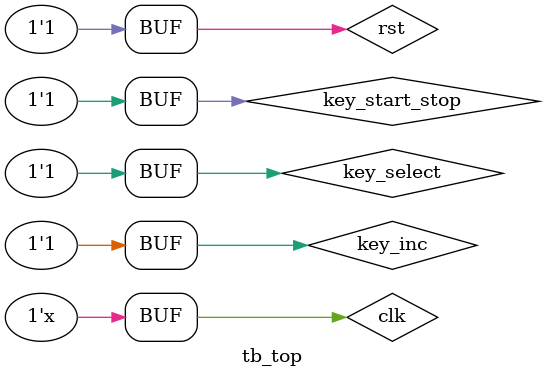
<source format=v>
module tb_top;
    // ¶¨ÒåÊäÈëÊä³öÐÅºÅ
    reg key_start_stop,key_select,key_inc,key_dec;
    reg clk=0;          // Íâ²¿ÊäÈëÊ±ÖÓ
    reg rst;          // ¸´Î»ÐÅºÅ
    wire [7:0] seg8;  // 8Î»ÊýÂë¹Ü¶ÎÂë
    wire [5:0] tab6;  // 6Î»ÊýÂë¹ÜÑ¡ÔñÐÅºÅ
    // ÊµÀý»¯±»²âÄ£¿é
    top uut (
    
    .clk(clk),
            .rst(rst),
        .key_start_stop(key_start_stop),
        .key_select(key_select),
        .key_inc(key_inc),
        .key_dec(key_dec),

        .seg8(seg8),
        .tab6(tab6)
    );
    // Éú³ÉÊ±ÖÓÐÅºÅ
    always #1 clk = ~clk;
    // Éú³É¸´Î»ÐÅºÅ
    initial begin
        rst = 0;  // ³õÊ¼¸´Î»
        #20 rst = 1;  // 20nsºóÊÍ·Å¸´Î»
        key_start_stop = 1;
        key_select = 1;
        key_inc = 1;
    end
endmodule
</source>
